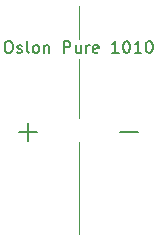
<source format=gbr>
%TF.GenerationSoftware,KiCad,Pcbnew,(5.1.6)-1*%
%TF.CreationDate,2022-08-09T23:36:10-07:00*%
%TF.ProjectId,Starboard_LED,53746172-626f-4617-9264-5f4c45442e6b,rev?*%
%TF.SameCoordinates,Original*%
%TF.FileFunction,Legend,Top*%
%TF.FilePolarity,Positive*%
%FSLAX46Y46*%
G04 Gerber Fmt 4.6, Leading zero omitted, Abs format (unit mm)*
G04 Created by KiCad (PCBNEW (5.1.6)-1) date 2022-08-09 23:36:10*
%MOMM*%
%LPD*%
G01*
G04 APERTURE LIST*
%ADD10C,0.120000*%
%ADD11C,0.150000*%
G04 APERTURE END LIST*
D10*
X157500000Y-97250000D02*
X157500000Y-94500000D01*
X157500000Y-104000000D02*
X157500000Y-99000000D01*
D11*
X151476190Y-97452380D02*
X151666666Y-97452380D01*
X151761904Y-97500000D01*
X151857142Y-97595238D01*
X151904761Y-97785714D01*
X151904761Y-98119047D01*
X151857142Y-98309523D01*
X151761904Y-98404761D01*
X151666666Y-98452380D01*
X151476190Y-98452380D01*
X151380952Y-98404761D01*
X151285714Y-98309523D01*
X151238095Y-98119047D01*
X151238095Y-97785714D01*
X151285714Y-97595238D01*
X151380952Y-97500000D01*
X151476190Y-97452380D01*
X152285714Y-98404761D02*
X152380952Y-98452380D01*
X152571428Y-98452380D01*
X152666666Y-98404761D01*
X152714285Y-98309523D01*
X152714285Y-98261904D01*
X152666666Y-98166666D01*
X152571428Y-98119047D01*
X152428571Y-98119047D01*
X152333333Y-98071428D01*
X152285714Y-97976190D01*
X152285714Y-97928571D01*
X152333333Y-97833333D01*
X152428571Y-97785714D01*
X152571428Y-97785714D01*
X152666666Y-97833333D01*
X153285714Y-98452380D02*
X153190476Y-98404761D01*
X153142857Y-98309523D01*
X153142857Y-97452380D01*
X153809523Y-98452380D02*
X153714285Y-98404761D01*
X153666666Y-98357142D01*
X153619047Y-98261904D01*
X153619047Y-97976190D01*
X153666666Y-97880952D01*
X153714285Y-97833333D01*
X153809523Y-97785714D01*
X153952380Y-97785714D01*
X154047619Y-97833333D01*
X154095238Y-97880952D01*
X154142857Y-97976190D01*
X154142857Y-98261904D01*
X154095238Y-98357142D01*
X154047619Y-98404761D01*
X153952380Y-98452380D01*
X153809523Y-98452380D01*
X154571428Y-97785714D02*
X154571428Y-98452380D01*
X154571428Y-97880952D02*
X154619047Y-97833333D01*
X154714285Y-97785714D01*
X154857142Y-97785714D01*
X154952380Y-97833333D01*
X155000000Y-97928571D01*
X155000000Y-98452380D01*
X156238095Y-98452380D02*
X156238095Y-97452380D01*
X156619047Y-97452380D01*
X156714285Y-97500000D01*
X156761904Y-97547619D01*
X156809523Y-97642857D01*
X156809523Y-97785714D01*
X156761904Y-97880952D01*
X156714285Y-97928571D01*
X156619047Y-97976190D01*
X156238095Y-97976190D01*
X157666666Y-97785714D02*
X157666666Y-98452380D01*
X157238095Y-97785714D02*
X157238095Y-98309523D01*
X157285714Y-98404761D01*
X157380952Y-98452380D01*
X157523809Y-98452380D01*
X157619047Y-98404761D01*
X157666666Y-98357142D01*
X158142857Y-98452380D02*
X158142857Y-97785714D01*
X158142857Y-97976190D02*
X158190476Y-97880952D01*
X158238095Y-97833333D01*
X158333333Y-97785714D01*
X158428571Y-97785714D01*
X159142857Y-98404761D02*
X159047619Y-98452380D01*
X158857142Y-98452380D01*
X158761904Y-98404761D01*
X158714285Y-98309523D01*
X158714285Y-97928571D01*
X158761904Y-97833333D01*
X158857142Y-97785714D01*
X159047619Y-97785714D01*
X159142857Y-97833333D01*
X159190476Y-97928571D01*
X159190476Y-98023809D01*
X158714285Y-98119047D01*
X160904761Y-98452380D02*
X160333333Y-98452380D01*
X160619047Y-98452380D02*
X160619047Y-97452380D01*
X160523809Y-97595238D01*
X160428571Y-97690476D01*
X160333333Y-97738095D01*
X161523809Y-97452380D02*
X161619047Y-97452380D01*
X161714285Y-97500000D01*
X161761904Y-97547619D01*
X161809523Y-97642857D01*
X161857142Y-97833333D01*
X161857142Y-98071428D01*
X161809523Y-98261904D01*
X161761904Y-98357142D01*
X161714285Y-98404761D01*
X161619047Y-98452380D01*
X161523809Y-98452380D01*
X161428571Y-98404761D01*
X161380952Y-98357142D01*
X161333333Y-98261904D01*
X161285714Y-98071428D01*
X161285714Y-97833333D01*
X161333333Y-97642857D01*
X161380952Y-97547619D01*
X161428571Y-97500000D01*
X161523809Y-97452380D01*
X162809523Y-98452380D02*
X162238095Y-98452380D01*
X162523809Y-98452380D02*
X162523809Y-97452380D01*
X162428571Y-97595238D01*
X162333333Y-97690476D01*
X162238095Y-97738095D01*
X163428571Y-97452380D02*
X163523809Y-97452380D01*
X163619047Y-97500000D01*
X163666666Y-97547619D01*
X163714285Y-97642857D01*
X163761904Y-97833333D01*
X163761904Y-98071428D01*
X163714285Y-98261904D01*
X163666666Y-98357142D01*
X163619047Y-98404761D01*
X163523809Y-98452380D01*
X163428571Y-98452380D01*
X163333333Y-98404761D01*
X163285714Y-98357142D01*
X163238095Y-98261904D01*
X163190476Y-98071428D01*
X163190476Y-97833333D01*
X163238095Y-97642857D01*
X163285714Y-97547619D01*
X163333333Y-97500000D01*
X163428571Y-97452380D01*
X160988095Y-105142857D02*
X162511904Y-105142857D01*
X152488095Y-105142857D02*
X154011904Y-105142857D01*
X153250000Y-105904761D02*
X153250000Y-104380952D01*
D10*
X157500000Y-106000000D02*
X157500000Y-113750000D01*
M02*

</source>
